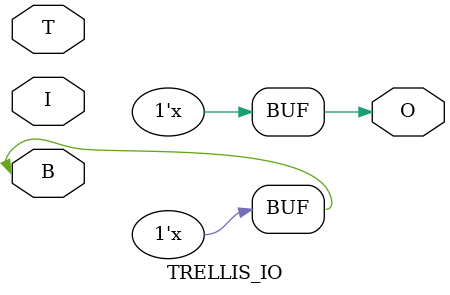
<source format=v>
module TRELLIS_IO(
	inout B,
	input I,
	input T,
	output O
);
	parameter DIR = "INPUT";
	reg T_pd;
	always @(*) if (T === 1'bz) T_pd <= 1'b0; else T_pd <= T;
	generate
		if (DIR == "INPUT") begin
			assign B = 1'bz;
			assign O = B;
		end else if (DIR == "OUTPUT") begin
			assign B = T_pd ? 1'bz : I;
			assign O = 1'bx;
		end else if (DIR == "BIDIR") begin
			assign B = T_pd ? 1'bz : I;
			assign O = B;
		end else begin
			ERROR_UNKNOWN_IO_MODE error();
		end
	endgenerate
endmodule
</source>
